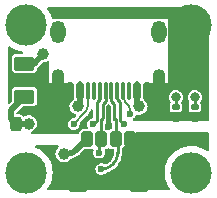
<source format=gtl>
%TF.GenerationSoftware,KiCad,Pcbnew,8.0.4*%
%TF.CreationDate,2024-08-22T18:58:07-07:00*%
%TF.ProjectId,UDB,5544422e-6b69-4636-9164-5f7063625858,C4-RC1*%
%TF.SameCoordinates,Original*%
%TF.FileFunction,Copper,L1,Top*%
%TF.FilePolarity,Positive*%
%FSLAX46Y46*%
G04 Gerber Fmt 4.6, Leading zero omitted, Abs format (unit mm)*
G04 Created by KiCad (PCBNEW 8.0.4) date 2024-08-22 18:58:07*
%MOMM*%
%LPD*%
G01*
G04 APERTURE LIST*
G04 Aperture macros list*
%AMRoundRect*
0 Rectangle with rounded corners*
0 $1 Rounding radius*
0 $2 $3 $4 $5 $6 $7 $8 $9 X,Y pos of 4 corners*
0 Add a 4 corners polygon primitive as box body*
4,1,4,$2,$3,$4,$5,$6,$7,$8,$9,$2,$3,0*
0 Add four circle primitives for the rounded corners*
1,1,$1+$1,$2,$3*
1,1,$1+$1,$4,$5*
1,1,$1+$1,$6,$7*
1,1,$1+$1,$8,$9*
0 Add four rect primitives between the rounded corners*
20,1,$1+$1,$2,$3,$4,$5,0*
20,1,$1+$1,$4,$5,$6,$7,0*
20,1,$1+$1,$6,$7,$8,$9,0*
20,1,$1+$1,$8,$9,$2,$3,0*%
G04 Aperture macros list end*
%TA.AperFunction,SMDPad,CuDef*%
%ADD10RoundRect,0.250000X-0.625000X0.375000X-0.625000X-0.375000X0.625000X-0.375000X0.625000X0.375000X0*%
%TD*%
%TA.AperFunction,WasherPad*%
%ADD11C,3.500001*%
%TD*%
%TA.AperFunction,SMDPad,CuDef*%
%ADD12RoundRect,0.135000X-0.185000X0.135000X-0.185000X-0.135000X0.185000X-0.135000X0.185000X0.135000X0*%
%TD*%
%TA.AperFunction,ComponentPad*%
%ADD13C,3.500001*%
%TD*%
%TA.AperFunction,ComponentPad*%
%ADD14C,0.600000*%
%TD*%
%TA.AperFunction,SMDPad,CuDef*%
%ADD15RoundRect,0.100000X-0.625000X-0.900000X0.625000X-0.900000X0.625000X0.900000X-0.625000X0.900000X0*%
%TD*%
%TA.AperFunction,SMDPad,CuDef*%
%ADD16RoundRect,0.166667X-0.333333X-0.483333X0.333333X-0.483333X0.333333X0.483333X-0.333333X0.483333X0*%
%TD*%
%TA.AperFunction,ComponentPad*%
%ADD17O,1.300000X1.900000*%
%TD*%
%TA.AperFunction,ComponentPad*%
%ADD18O,1.100000X2.200000*%
%TD*%
%TA.AperFunction,SMDPad,CuDef*%
%ADD19RoundRect,0.075000X0.075000X0.650000X-0.075000X0.650000X-0.075000X-0.650000X0.075000X-0.650000X0*%
%TD*%
%TA.AperFunction,SMDPad,CuDef*%
%ADD20RoundRect,0.150000X0.150000X0.575000X-0.150000X0.575000X-0.150000X-0.575000X0.150000X-0.575000X0*%
%TD*%
%TA.AperFunction,SMDPad,CuDef*%
%ADD21RoundRect,0.125000X-0.000010X-0.150000X0.000010X-0.150000X0.000010X0.150000X-0.000010X0.150000X0*%
%TD*%
%TA.AperFunction,SMDPad,CuDef*%
%ADD22R,0.250000X0.550000*%
%TD*%
%TA.AperFunction,SMDPad,CuDef*%
%ADD23R,0.300000X0.550000*%
%TD*%
%TA.AperFunction,SMDPad,CuDef*%
%ADD24RoundRect,0.250000X-0.250000X-0.350000X0.250000X-0.350000X0.250000X0.350000X-0.250000X0.350000X0*%
%TD*%
%TA.AperFunction,ViaPad*%
%ADD25C,0.600000*%
%TD*%
%TA.AperFunction,ViaPad*%
%ADD26C,0.800000*%
%TD*%
%TA.AperFunction,ViaPad*%
%ADD27C,1.000000*%
%TD*%
%TA.AperFunction,Conductor*%
%ADD28C,0.300000*%
%TD*%
%TA.AperFunction,Conductor*%
%ADD29C,1.000000*%
%TD*%
%TA.AperFunction,Conductor*%
%ADD30C,0.200000*%
%TD*%
%TA.AperFunction,Conductor*%
%ADD31C,0.254000*%
%TD*%
%TA.AperFunction,Conductor*%
%ADD32C,0.250000*%
%TD*%
%TA.AperFunction,Conductor*%
%ADD33C,0.500000*%
%TD*%
G04 APERTURE END LIST*
D10*
X67890500Y-64607000D03*
X67890500Y-61807000D03*
D11*
X68004500Y-71043000D03*
D12*
X82302500Y-66503000D03*
X82302500Y-65483000D03*
D11*
X68004500Y-58543000D03*
D12*
X80702500Y-66503000D03*
X80702500Y-65483000D03*
D13*
X82004500Y-58543000D03*
D14*
X77954500Y-70943000D03*
D15*
X77579500Y-71643000D03*
D14*
X77204500Y-72343000D03*
X77204500Y-71643000D03*
X77204500Y-70943000D03*
X72804500Y-72343000D03*
X72804500Y-71643000D03*
X72804500Y-70943000D03*
D15*
X72429500Y-71643000D03*
D14*
X72004500Y-70943000D03*
D16*
X76804500Y-68193000D03*
X75604500Y-68193000D03*
X74404500Y-68193000D03*
X73204500Y-68193000D03*
D17*
X70702500Y-59143000D03*
D18*
X70702500Y-63343000D03*
D17*
X79302500Y-59143000D03*
D18*
X79302500Y-63343000D03*
D19*
X76752500Y-64118000D03*
X75752500Y-64118000D03*
X74252500Y-64118000D03*
X73252500Y-64118000D03*
D20*
X72552500Y-64118000D03*
X71752500Y-64118000D03*
D19*
X73752500Y-64118000D03*
X74752500Y-64118000D03*
X75256500Y-64118000D03*
X76252500Y-64118000D03*
D20*
X77452500Y-64118000D03*
X78252500Y-64118000D03*
D21*
X74002500Y-66411400D03*
D22*
X74502500Y-66411400D03*
D23*
X75002500Y-66411400D03*
D22*
X75502500Y-66411400D03*
X76002500Y-66411400D03*
X76002500Y-65641400D03*
X75502500Y-65641400D03*
D23*
X75002500Y-65641400D03*
D22*
X74502500Y-65641400D03*
X74002500Y-65641400D03*
D11*
X82004500Y-71043000D03*
D24*
X70454500Y-66890000D03*
X67154500Y-66890000D03*
D25*
X75002500Y-67143000D03*
D26*
X80702500Y-64668000D03*
D25*
X76825978Y-66043018D03*
X72052500Y-66933000D03*
D26*
X82302500Y-64668000D03*
D25*
X74404500Y-70743000D03*
X73704500Y-66943000D03*
X74204500Y-69343000D03*
X76304500Y-66943000D03*
D27*
X77602500Y-65437300D03*
X72402500Y-65443000D03*
X69490500Y-61007000D03*
X71214500Y-69448000D03*
X68240500Y-66890000D03*
D28*
X75002500Y-65641400D02*
X75002500Y-67141000D01*
X75002500Y-67141000D02*
X75004500Y-67143000D01*
D29*
X82004500Y-58543000D02*
X81404500Y-59143000D01*
D30*
X76252500Y-64683893D02*
X76252500Y-63568000D01*
X76825978Y-66043018D02*
X76825978Y-65671585D01*
X76679531Y-65318031D02*
X76398946Y-65037446D01*
D31*
X80702500Y-65483000D02*
X80702500Y-64668000D01*
D30*
X76679531Y-65318031D02*
G75*
G02*
X76825995Y-65671585I-353531J-353569D01*
G01*
X76398946Y-65037446D02*
G75*
G02*
X76252505Y-64683893I353554J353546D01*
G01*
X73252500Y-63568000D02*
X73252500Y-65318786D01*
X72959607Y-66025893D02*
X72052500Y-66933000D01*
D31*
X82302500Y-65483000D02*
X82302500Y-64668000D01*
D30*
X72959607Y-66025893D02*
G75*
G03*
X73252490Y-65318786I-707107J707093D01*
G01*
D32*
X73704500Y-66943000D02*
X74002500Y-66645000D01*
X75502500Y-65252500D02*
X75502500Y-65641400D01*
X75604500Y-68243000D02*
X75604500Y-66513400D01*
X74002500Y-65097500D02*
X74252500Y-64847500D01*
X75804500Y-68343000D02*
X75604500Y-68143000D01*
X75804500Y-69343000D02*
X75804500Y-68343000D01*
X74252500Y-64847500D02*
X74252500Y-63468000D01*
X75256500Y-63568000D02*
X75256500Y-65006500D01*
X75256500Y-65006500D02*
X75502500Y-65252500D01*
X75502500Y-65641400D02*
X75502500Y-66411400D01*
X74002500Y-66645000D02*
X74002500Y-65097500D01*
X75604500Y-66513400D02*
X75502500Y-66411400D01*
X74404500Y-70743000D02*
G75*
G03*
X75804500Y-69343000I0J1400000D01*
G01*
X76002500Y-65102500D02*
X76002500Y-66641000D01*
X74404500Y-66509400D02*
X74502500Y-66411400D01*
X75752500Y-63473000D02*
X75752500Y-64852500D01*
X74502500Y-65641400D02*
X74502500Y-66411400D01*
X74204500Y-69343000D02*
X74204500Y-68343000D01*
X74404500Y-68193000D02*
X74404500Y-66509400D01*
X75752500Y-64852500D02*
X76002500Y-65102500D01*
X74204500Y-68343000D02*
X74404500Y-68143000D01*
X74502500Y-65247500D02*
X74502500Y-65641400D01*
X76002500Y-66641000D02*
X76304500Y-66943000D01*
X74752500Y-64997500D02*
X74502500Y-65247500D01*
X74752500Y-63568000D02*
X74752500Y-64997500D01*
D33*
X72552500Y-63568000D02*
X72552500Y-65293000D01*
X77452500Y-63568000D02*
X77452500Y-65287300D01*
X67890500Y-61807000D02*
X68690500Y-61807000D01*
X72552500Y-65293000D02*
X72402500Y-65443000D01*
X68690500Y-61807000D02*
X69490500Y-61007000D01*
X77452500Y-65287300D02*
X77602500Y-65437300D01*
X66754500Y-65743000D02*
X66754500Y-66490000D01*
X72242393Y-69155107D02*
X73204500Y-68193000D01*
X67890500Y-64607000D02*
X66754500Y-65743000D01*
X66754500Y-66490000D02*
X67154500Y-66890000D01*
X67154500Y-66890000D02*
X68240500Y-66890000D01*
X71214500Y-69448000D02*
X71535286Y-69448000D01*
X72242393Y-69155107D02*
G75*
G02*
X71535286Y-69447990I-707093J707107D01*
G01*
%TA.AperFunction,Conductor*%
G36*
X83463191Y-67661907D02*
G01*
X83499155Y-67711407D01*
X83504000Y-67742000D01*
X83504000Y-69153064D01*
X83485093Y-69211255D01*
X83435593Y-69247219D01*
X83374407Y-69247219D01*
X83349999Y-69235380D01*
X83132164Y-69089827D01*
X82867586Y-68959352D01*
X82867575Y-68959347D01*
X82588229Y-68864521D01*
X82588226Y-68864520D01*
X82588222Y-68864519D01*
X82414305Y-68829925D01*
X82298877Y-68806965D01*
X82004500Y-68787671D01*
X81710122Y-68806965D01*
X81561379Y-68836552D01*
X81420778Y-68864519D01*
X81420775Y-68864519D01*
X81420770Y-68864521D01*
X81141424Y-68959347D01*
X81141413Y-68959352D01*
X80876836Y-69089827D01*
X80631543Y-69253726D01*
X80631534Y-69253734D01*
X80409751Y-69448233D01*
X80409733Y-69448251D01*
X80215234Y-69670034D01*
X80215226Y-69670043D01*
X80051327Y-69915336D01*
X79920852Y-70179913D01*
X79920847Y-70179924D01*
X79826021Y-70459270D01*
X79826019Y-70459275D01*
X79826019Y-70459278D01*
X79804747Y-70566220D01*
X79768465Y-70748622D01*
X79749171Y-71042999D01*
X79749171Y-71043000D01*
X79768465Y-71337377D01*
X79768466Y-71337380D01*
X79826019Y-71626722D01*
X79826020Y-71626726D01*
X79826021Y-71626729D01*
X79920847Y-71906075D01*
X79920852Y-71906086D01*
X80051327Y-72170664D01*
X80196880Y-72388499D01*
X80213488Y-72447387D01*
X80192310Y-72504790D01*
X80141437Y-72538783D01*
X80114564Y-72542500D01*
X69904057Y-72542500D01*
X69845866Y-72523593D01*
X69809902Y-72474093D01*
X69809902Y-72412907D01*
X69821742Y-72388499D01*
X69964610Y-72174680D01*
X69964614Y-72174674D01*
X69964615Y-72174673D01*
X70095559Y-71909145D01*
X70190724Y-71628797D01*
X70248483Y-71338426D01*
X70267846Y-71043000D01*
X70248483Y-70747574D01*
X70190724Y-70457203D01*
X70095559Y-70176855D01*
X70093193Y-70172058D01*
X69964614Y-69911325D01*
X69964610Y-69911319D01*
X69800140Y-69665172D01*
X69800137Y-69665169D01*
X69800133Y-69665162D01*
X69691147Y-69540888D01*
X69604935Y-69442582D01*
X69604934Y-69442581D01*
X69604927Y-69442573D01*
X69516132Y-69364702D01*
X69382346Y-69247374D01*
X69382345Y-69247373D01*
X69382338Y-69247367D01*
X69382332Y-69247363D01*
X69382327Y-69247359D01*
X69136180Y-69082889D01*
X69136174Y-69082885D01*
X68870651Y-68951943D01*
X68865565Y-68950216D01*
X68822934Y-68935745D01*
X68773910Y-68899137D01*
X68755766Y-68840704D01*
X68775434Y-68782766D01*
X68825401Y-68747453D01*
X68854758Y-68743000D01*
X70692873Y-68743000D01*
X70751064Y-68761907D01*
X70787028Y-68811407D01*
X70787028Y-68872593D01*
X70758522Y-68916102D01*
X70686323Y-68980064D01*
X70686316Y-68980072D01*
X70622520Y-69072496D01*
X70589682Y-69120070D01*
X70538994Y-69253727D01*
X70529360Y-69279129D01*
X70510832Y-69431721D01*
X70508855Y-69448000D01*
X70529360Y-69616872D01*
X70589682Y-69775930D01*
X70686317Y-69915929D01*
X70813648Y-70028734D01*
X70964275Y-70107790D01*
X71129444Y-70148500D01*
X71129447Y-70148500D01*
X71299553Y-70148500D01*
X71299556Y-70148500D01*
X71464725Y-70107790D01*
X71615352Y-70028734D01*
X71615354Y-70028731D01*
X71615356Y-70028731D01*
X71707007Y-69947535D01*
X71742683Y-69915929D01*
X71742686Y-69915923D01*
X71746655Y-69911446D01*
X71747742Y-69912409D01*
X71790791Y-69879512D01*
X71810727Y-69874746D01*
X71818865Y-69873675D01*
X72002528Y-69824465D01*
X72178197Y-69751703D01*
X72342865Y-69656635D01*
X72493715Y-69540886D01*
X72513364Y-69521236D01*
X72513371Y-69521231D01*
X72519005Y-69515596D01*
X72519007Y-69515596D01*
X72560941Y-69473662D01*
X72602880Y-69431724D01*
X72602880Y-69431723D01*
X72611024Y-69423580D01*
X72611031Y-69423570D01*
X72962107Y-69072496D01*
X73016623Y-69044719D01*
X73032110Y-69043500D01*
X73572675Y-69043500D01*
X73572680Y-69043500D01*
X73626809Y-69035613D01*
X73687115Y-69045933D01*
X73729840Y-69089731D01*
X73738662Y-69150277D01*
X73731134Y-69174703D01*
X73719334Y-69200540D01*
X73719334Y-69200543D01*
X73698853Y-69342997D01*
X73698853Y-69343002D01*
X73719334Y-69485456D01*
X73779122Y-69616371D01*
X73779123Y-69616373D01*
X73873372Y-69725143D01*
X73873373Y-69725144D01*
X73952398Y-69775930D01*
X73994447Y-69802953D01*
X74100903Y-69834211D01*
X74132535Y-69843499D01*
X74132536Y-69843499D01*
X74132539Y-69843500D01*
X74132541Y-69843500D01*
X74276459Y-69843500D01*
X74276461Y-69843500D01*
X74414553Y-69802953D01*
X74535628Y-69725143D01*
X74629877Y-69616373D01*
X74689665Y-69485457D01*
X74697391Y-69431721D01*
X74710147Y-69343002D01*
X74710147Y-69342997D01*
X74689665Y-69200543D01*
X74681940Y-69183627D01*
X74674965Y-69122840D01*
X74705051Y-69069563D01*
X74760707Y-69044145D01*
X74771993Y-69043500D01*
X74772676Y-69043500D01*
X74772680Y-69043500D01*
X74844048Y-69033102D01*
X74849814Y-69030282D01*
X74961019Y-68975918D01*
X75021601Y-68967346D01*
X75047981Y-68975918D01*
X75164950Y-69033101D01*
X75164952Y-69033102D01*
X75236320Y-69043500D01*
X75380000Y-69043500D01*
X75438191Y-69062407D01*
X75474155Y-69111907D01*
X75479000Y-69142500D01*
X75479000Y-69338681D01*
X75478623Y-69347310D01*
X75463431Y-69520953D01*
X75460435Y-69537947D01*
X75416441Y-69702136D01*
X75410538Y-69718353D01*
X75338704Y-69872400D01*
X75330076Y-69887344D01*
X75232585Y-70026576D01*
X75221493Y-70039796D01*
X75101296Y-70159993D01*
X75088076Y-70171085D01*
X74948844Y-70268576D01*
X74933899Y-70277204D01*
X74793023Y-70342896D01*
X74732294Y-70350353D01*
X74697661Y-70336457D01*
X74682237Y-70326545D01*
X74614553Y-70283047D01*
X74614550Y-70283046D01*
X74476464Y-70242500D01*
X74476461Y-70242500D01*
X74332539Y-70242500D01*
X74332535Y-70242500D01*
X74194449Y-70283046D01*
X74194442Y-70283049D01*
X74073373Y-70360855D01*
X73979122Y-70469628D01*
X73919334Y-70600543D01*
X73898853Y-70742997D01*
X73898853Y-70743002D01*
X73919334Y-70885456D01*
X73955130Y-70963837D01*
X73979123Y-71016373D01*
X74073371Y-71125142D01*
X74073373Y-71125144D01*
X74180908Y-71194252D01*
X74194447Y-71202953D01*
X74300903Y-71234211D01*
X74332535Y-71243499D01*
X74332536Y-71243499D01*
X74332539Y-71243500D01*
X74332541Y-71243500D01*
X74476459Y-71243500D01*
X74476461Y-71243500D01*
X74614553Y-71202953D01*
X74735628Y-71125143D01*
X74810757Y-71038437D01*
X74857685Y-71008278D01*
X75009041Y-70963837D01*
X75233557Y-70861304D01*
X75441195Y-70727863D01*
X75627730Y-70566230D01*
X75789363Y-70379695D01*
X75922804Y-70172057D01*
X76025337Y-69947541D01*
X76094874Y-69710718D01*
X76120917Y-69529585D01*
X76130000Y-69466415D01*
X76130000Y-69044425D01*
X76148907Y-68986234D01*
X76158990Y-68974427D01*
X76240783Y-68892635D01*
X76286794Y-68798518D01*
X76329338Y-68754545D01*
X76375735Y-68743000D01*
X76504500Y-68743000D01*
X77274848Y-67683770D01*
X77324365Y-67647831D01*
X77354913Y-67643000D01*
X83405000Y-67643000D01*
X83463191Y-67661907D01*
G37*
%TD.AperFunction*%
%TA.AperFunction,Conductor*%
G36*
X66658997Y-60360238D02*
G01*
X66872827Y-60503115D01*
X67013179Y-60572329D01*
X67138348Y-60634056D01*
X67138350Y-60634056D01*
X67138355Y-60634059D01*
X67270954Y-60679070D01*
X67418696Y-60729222D01*
X67418698Y-60729222D01*
X67418703Y-60729224D01*
X67701129Y-60785402D01*
X67754512Y-60815299D01*
X67780128Y-60870864D01*
X67768191Y-60930874D01*
X67723261Y-60972406D01*
X67681814Y-60981500D01*
X67211225Y-60981500D01*
X67180805Y-60984353D01*
X67180796Y-60984355D01*
X67052616Y-61029207D01*
X66943355Y-61109845D01*
X66943345Y-61109855D01*
X66862707Y-61219116D01*
X66817855Y-61347296D01*
X66817853Y-61347305D01*
X66815000Y-61377725D01*
X66815000Y-62236274D01*
X66817853Y-62266694D01*
X66817855Y-62266703D01*
X66862707Y-62394883D01*
X66943345Y-62504144D01*
X66943347Y-62504146D01*
X66943350Y-62504150D01*
X66943353Y-62504152D01*
X66943355Y-62504154D01*
X67052616Y-62584792D01*
X67052617Y-62584792D01*
X67052618Y-62584793D01*
X67180801Y-62629646D01*
X67211225Y-62632499D01*
X67211227Y-62632500D01*
X67211234Y-62632500D01*
X68569773Y-62632500D01*
X68569773Y-62632499D01*
X68600199Y-62629646D01*
X68728382Y-62584793D01*
X68837650Y-62504150D01*
X68918293Y-62394882D01*
X68963146Y-62266699D01*
X68965999Y-62236273D01*
X68966000Y-62236273D01*
X68966000Y-62209610D01*
X68984907Y-62151419D01*
X68994997Y-62139606D01*
X69398108Y-61736496D01*
X69452624Y-61708719D01*
X69468111Y-61707500D01*
X69575553Y-61707500D01*
X69575556Y-61707500D01*
X69740725Y-61666790D01*
X69857492Y-61605504D01*
X69917804Y-61595204D01*
X69972652Y-61622320D01*
X70001087Y-61676497D01*
X70002500Y-61693165D01*
X70002500Y-63443000D01*
X71953000Y-63443000D01*
X72011191Y-63461907D01*
X72047155Y-63511407D01*
X72052000Y-63542000D01*
X72052000Y-64726257D01*
X72056726Y-64758695D01*
X72046405Y-64819004D01*
X72006562Y-64858835D01*
X72006580Y-64858861D01*
X72006439Y-64858958D01*
X72004770Y-64860627D01*
X72001650Y-64862264D01*
X71874318Y-64975069D01*
X71874316Y-64975072D01*
X71788874Y-65098856D01*
X71777682Y-65115070D01*
X71717360Y-65274128D01*
X71696855Y-65443000D01*
X71717360Y-65611872D01*
X71777682Y-65770930D01*
X71874317Y-65910929D01*
X72001648Y-66023734D01*
X72132389Y-66092353D01*
X72152277Y-66102791D01*
X72195476Y-66113438D01*
X72226904Y-66121184D01*
X72278880Y-66153467D01*
X72301953Y-66210135D01*
X72287311Y-66269542D01*
X72273217Y-66287310D01*
X72157025Y-66403503D01*
X72102508Y-66431281D01*
X72087021Y-66432500D01*
X71980535Y-66432500D01*
X71842449Y-66473046D01*
X71842442Y-66473049D01*
X71721373Y-66550855D01*
X71627122Y-66659628D01*
X71567334Y-66790543D01*
X71546853Y-66932997D01*
X71546853Y-66933002D01*
X71567334Y-67075456D01*
X71625296Y-67202373D01*
X71627123Y-67206373D01*
X71715920Y-67308851D01*
X71721373Y-67315144D01*
X71780120Y-67352898D01*
X71842447Y-67392953D01*
X71948903Y-67424211D01*
X71980535Y-67433499D01*
X71980536Y-67433499D01*
X71980539Y-67433500D01*
X71980541Y-67433500D01*
X72124459Y-67433500D01*
X72124461Y-67433500D01*
X72262553Y-67392953D01*
X72383628Y-67315143D01*
X72477877Y-67206373D01*
X72537665Y-67075457D01*
X72558147Y-66933000D01*
X72555058Y-66911517D01*
X72565490Y-66851228D01*
X72583043Y-66827426D01*
X73130289Y-66280180D01*
X73130299Y-66280173D01*
X73141503Y-66268969D01*
X73141527Y-66268956D01*
X73172100Y-66238381D01*
X73172101Y-66238383D01*
X73244474Y-66166008D01*
X73364795Y-66000398D01*
X73457726Y-65818004D01*
X73483845Y-65737614D01*
X73519808Y-65688114D01*
X73577999Y-65669206D01*
X73636190Y-65688113D01*
X73672154Y-65737612D01*
X73677000Y-65768206D01*
X73677000Y-66355334D01*
X73658093Y-66413525D01*
X73608593Y-66449489D01*
X73605892Y-66450324D01*
X73494447Y-66483047D01*
X73494442Y-66483049D01*
X73373373Y-66560855D01*
X73279122Y-66669628D01*
X73219334Y-66800543D01*
X73198853Y-66942997D01*
X73198853Y-66943002D01*
X73219334Y-67085456D01*
X73272729Y-67202373D01*
X73279704Y-67263160D01*
X73249618Y-67316437D01*
X73193962Y-67341855D01*
X73182676Y-67342500D01*
X72836320Y-67342500D01*
X72764952Y-67352898D01*
X72654866Y-67406716D01*
X72568216Y-67493366D01*
X72514398Y-67603452D01*
X72506411Y-67658274D01*
X72479311Y-67713130D01*
X72425143Y-67741582D01*
X72408445Y-67743000D01*
X68521498Y-67743000D01*
X68463307Y-67724093D01*
X68427343Y-67674593D01*
X68427343Y-67613407D01*
X68463307Y-67563907D01*
X68486390Y-67551434D01*
X68490722Y-67549790D01*
X68490725Y-67549790D01*
X68641352Y-67470734D01*
X68768683Y-67357929D01*
X68865318Y-67217930D01*
X68925640Y-67058872D01*
X68946145Y-66890000D01*
X68925640Y-66721128D01*
X68865318Y-66562070D01*
X68768683Y-66422071D01*
X68641352Y-66309266D01*
X68490725Y-66230210D01*
X68490724Y-66230209D01*
X68490723Y-66230209D01*
X68325558Y-66189500D01*
X68325556Y-66189500D01*
X68155444Y-66189500D01*
X68155441Y-66189500D01*
X67990276Y-66230209D01*
X67882048Y-66287012D01*
X67821735Y-66297313D01*
X67766887Y-66270196D01*
X67756384Y-66258139D01*
X67741798Y-66238376D01*
X67726650Y-66217850D01*
X67726646Y-66217847D01*
X67726644Y-66217845D01*
X67617383Y-66137207D01*
X67489203Y-66092355D01*
X67489194Y-66092353D01*
X67458774Y-66089500D01*
X67458766Y-66089500D01*
X67304000Y-66089500D01*
X67245809Y-66070593D01*
X67209845Y-66021093D01*
X67205000Y-65990500D01*
X67205000Y-65970611D01*
X67223907Y-65912420D01*
X67233997Y-65900607D01*
X67673109Y-65461496D01*
X67727625Y-65433719D01*
X67743112Y-65432500D01*
X68569773Y-65432500D01*
X68569773Y-65432499D01*
X68600199Y-65429646D01*
X68728382Y-65384793D01*
X68837650Y-65304150D01*
X68918293Y-65194882D01*
X68963146Y-65066699D01*
X68965999Y-65036273D01*
X68966000Y-65036273D01*
X68966000Y-64177727D01*
X68965999Y-64177725D01*
X68963146Y-64147305D01*
X68963146Y-64147301D01*
X68918293Y-64019118D01*
X68837650Y-63909850D01*
X68837646Y-63909847D01*
X68837644Y-63909845D01*
X68728383Y-63829207D01*
X68600203Y-63784355D01*
X68600194Y-63784353D01*
X68569774Y-63781500D01*
X68569766Y-63781500D01*
X67211234Y-63781500D01*
X67211225Y-63781500D01*
X67180805Y-63784353D01*
X67180796Y-63784355D01*
X67052616Y-63829207D01*
X66943355Y-63909845D01*
X66943345Y-63909855D01*
X66862707Y-64019116D01*
X66817855Y-64147296D01*
X66817853Y-64147305D01*
X66815000Y-64177725D01*
X66815000Y-65004388D01*
X66796093Y-65062579D01*
X66786009Y-65074385D01*
X66674002Y-65186392D01*
X66619487Y-65214169D01*
X66559055Y-65204598D01*
X66515790Y-65161333D01*
X66505000Y-65116388D01*
X66505000Y-60442556D01*
X66523907Y-60384365D01*
X66573407Y-60348401D01*
X66634593Y-60348401D01*
X66658997Y-60360238D01*
G37*
%TD.AperFunction*%
%TA.AperFunction,Conductor*%
G36*
X75044943Y-65262123D02*
G01*
X75070003Y-65280329D01*
X75148004Y-65358330D01*
X75175781Y-65412847D01*
X75177000Y-65428334D01*
X75177000Y-66706146D01*
X75177001Y-66706158D01*
X75188632Y-66764627D01*
X75188633Y-66764631D01*
X75232948Y-66830952D01*
X75234999Y-66832322D01*
X75237532Y-66835535D01*
X75239843Y-66837846D01*
X75239569Y-66838119D01*
X75272880Y-66880371D01*
X75279000Y-66914639D01*
X75279000Y-67250660D01*
X75260093Y-67308851D01*
X75210593Y-67344815D01*
X75194274Y-67348625D01*
X75183476Y-67350198D01*
X75164951Y-67352898D01*
X75047980Y-67410082D01*
X74987398Y-67418653D01*
X74961020Y-67410082D01*
X74844048Y-67352898D01*
X74814725Y-67348625D01*
X74759869Y-67321526D01*
X74731418Y-67267357D01*
X74730000Y-67250660D01*
X74730000Y-66911966D01*
X74748907Y-66853775D01*
X74765312Y-66838003D01*
X74765156Y-66837847D01*
X74772045Y-66830956D01*
X74772052Y-66830952D01*
X74816367Y-66764631D01*
X74828000Y-66706148D01*
X74828000Y-66116652D01*
X74828000Y-65598547D01*
X74828000Y-65423333D01*
X74846907Y-65365142D01*
X74856991Y-65353335D01*
X74929997Y-65280328D01*
X74984511Y-65252552D01*
X75044943Y-65262123D01*
G37*
%TD.AperFunction*%
%TA.AperFunction,Conductor*%
G36*
X82008022Y-57043752D02*
G01*
X82033005Y-57045538D01*
X82210845Y-57058258D01*
X82224808Y-57060265D01*
X82420049Y-57102737D01*
X82433588Y-57106713D01*
X82620792Y-57176537D01*
X82633618Y-57182394D01*
X82808976Y-57278146D01*
X82820856Y-57285781D01*
X82980794Y-57405509D01*
X82991466Y-57414756D01*
X83132743Y-57556033D01*
X83141993Y-57566709D01*
X83261718Y-57726643D01*
X83269354Y-57738525D01*
X83365102Y-57913875D01*
X83370966Y-57926715D01*
X83440784Y-58113904D01*
X83444764Y-58127457D01*
X83487232Y-58322681D01*
X83489242Y-58336662D01*
X83503748Y-58539476D01*
X83504000Y-58546539D01*
X83504000Y-66544000D01*
X83485093Y-66602191D01*
X83435593Y-66638155D01*
X83405000Y-66643000D01*
X77155305Y-66643000D01*
X77097114Y-66624093D01*
X77061150Y-66574593D01*
X77061150Y-66513407D01*
X77097114Y-66463907D01*
X77101781Y-66460716D01*
X77157106Y-66425161D01*
X77251355Y-66316391D01*
X77311143Y-66185475D01*
X77311144Y-66185467D01*
X77311425Y-66184514D01*
X77311898Y-66183820D01*
X77314085Y-66179034D01*
X77314912Y-66179412D01*
X77345956Y-66134004D01*
X77403582Y-66113438D01*
X77430108Y-66116273D01*
X77517444Y-66137800D01*
X77517447Y-66137800D01*
X77687553Y-66137800D01*
X77687556Y-66137800D01*
X77852725Y-66097090D01*
X78003352Y-66018034D01*
X78130683Y-65905229D01*
X78227318Y-65765230D01*
X78287640Y-65606172D01*
X78308145Y-65437300D01*
X78307215Y-65429644D01*
X78297949Y-65353330D01*
X78287640Y-65268428D01*
X78227318Y-65109370D01*
X78130683Y-64969371D01*
X78003352Y-64856566D01*
X78003349Y-64856563D01*
X78000995Y-64855328D01*
X77999831Y-64854135D01*
X77998425Y-64853165D01*
X77998615Y-64852889D01*
X77958261Y-64811540D01*
X77949046Y-64753397D01*
X77952999Y-64726265D01*
X77953000Y-64726258D01*
X77953000Y-64667999D01*
X80096818Y-64667999D01*
X80096818Y-64668000D01*
X80117455Y-64824758D01*
X80117457Y-64824766D01*
X80177962Y-64970838D01*
X80231936Y-65041180D01*
X80252359Y-65098856D01*
X80239169Y-65143381D01*
X80242095Y-65144746D01*
X80188432Y-65259824D01*
X80188432Y-65259825D01*
X80182000Y-65308685D01*
X80182000Y-65657314D01*
X80188432Y-65706174D01*
X80188432Y-65706175D01*
X80238433Y-65813401D01*
X80238434Y-65813402D01*
X80238435Y-65813404D01*
X80322096Y-65897065D01*
X80322097Y-65897065D01*
X80322098Y-65897066D01*
X80429324Y-65947067D01*
X80429325Y-65947067D01*
X80429327Y-65947068D01*
X80478184Y-65953500D01*
X80478185Y-65953500D01*
X80926814Y-65953500D01*
X80926816Y-65953500D01*
X80975673Y-65947068D01*
X81082904Y-65897065D01*
X81166565Y-65813404D01*
X81216568Y-65706173D01*
X81223000Y-65657316D01*
X81223000Y-65308684D01*
X81216568Y-65259827D01*
X81213176Y-65252552D01*
X81162905Y-65144746D01*
X81165954Y-65143324D01*
X81152620Y-65099731D01*
X81172532Y-65041876D01*
X81172888Y-65041407D01*
X81227036Y-64970841D01*
X81287544Y-64824762D01*
X81308182Y-64668000D01*
X81308182Y-64667999D01*
X81696818Y-64667999D01*
X81696818Y-64668000D01*
X81717455Y-64824758D01*
X81717457Y-64824766D01*
X81777962Y-64970838D01*
X81831936Y-65041180D01*
X81852359Y-65098856D01*
X81839169Y-65143381D01*
X81842095Y-65144746D01*
X81788432Y-65259824D01*
X81788432Y-65259825D01*
X81782000Y-65308685D01*
X81782000Y-65657314D01*
X81788432Y-65706174D01*
X81788432Y-65706175D01*
X81838433Y-65813401D01*
X81838434Y-65813402D01*
X81838435Y-65813404D01*
X81922096Y-65897065D01*
X81922097Y-65897065D01*
X81922098Y-65897066D01*
X82029324Y-65947067D01*
X82029325Y-65947067D01*
X82029327Y-65947068D01*
X82078184Y-65953500D01*
X82078185Y-65953500D01*
X82526814Y-65953500D01*
X82526816Y-65953500D01*
X82575673Y-65947068D01*
X82682904Y-65897065D01*
X82766565Y-65813404D01*
X82816568Y-65706173D01*
X82823000Y-65657316D01*
X82823000Y-65308684D01*
X82816568Y-65259827D01*
X82813176Y-65252552D01*
X82762905Y-65144746D01*
X82765954Y-65143324D01*
X82752620Y-65099731D01*
X82772532Y-65041876D01*
X82772888Y-65041407D01*
X82827036Y-64970841D01*
X82887544Y-64824762D01*
X82908182Y-64668000D01*
X82887544Y-64511238D01*
X82827037Y-64365161D01*
X82827037Y-64365160D01*
X82730786Y-64239723D01*
X82730785Y-64239722D01*
X82730782Y-64239718D01*
X82730777Y-64239714D01*
X82730776Y-64239713D01*
X82650003Y-64177734D01*
X82605341Y-64143464D01*
X82605340Y-64143463D01*
X82605338Y-64143462D01*
X82459266Y-64082957D01*
X82459258Y-64082955D01*
X82302501Y-64062318D01*
X82302499Y-64062318D01*
X82145741Y-64082955D01*
X82145733Y-64082957D01*
X81999661Y-64143462D01*
X81999660Y-64143462D01*
X81874223Y-64239713D01*
X81874213Y-64239723D01*
X81777962Y-64365160D01*
X81777962Y-64365161D01*
X81717457Y-64511233D01*
X81717455Y-64511241D01*
X81696818Y-64667999D01*
X81308182Y-64667999D01*
X81287544Y-64511238D01*
X81227037Y-64365161D01*
X81227037Y-64365160D01*
X81130786Y-64239723D01*
X81130785Y-64239722D01*
X81130782Y-64239718D01*
X81130777Y-64239714D01*
X81130776Y-64239713D01*
X81050003Y-64177734D01*
X81005341Y-64143464D01*
X81005340Y-64143463D01*
X81005338Y-64143462D01*
X80859266Y-64082957D01*
X80859258Y-64082955D01*
X80702501Y-64062318D01*
X80702499Y-64062318D01*
X80545741Y-64082955D01*
X80545733Y-64082957D01*
X80399661Y-64143462D01*
X80399660Y-64143462D01*
X80274223Y-64239713D01*
X80274213Y-64239723D01*
X80177962Y-64365160D01*
X80177962Y-64365161D01*
X80117457Y-64511233D01*
X80117455Y-64511241D01*
X80096818Y-64667999D01*
X77953000Y-64667999D01*
X77953000Y-63542000D01*
X77971907Y-63483809D01*
X78021407Y-63447845D01*
X78052000Y-63443000D01*
X80002499Y-63443000D01*
X80002500Y-63443000D01*
X80002500Y-58043000D01*
X80002499Y-58043000D01*
X70289037Y-58043000D01*
X70230846Y-58024093D01*
X70194882Y-57974593D01*
X70191940Y-57963317D01*
X70190724Y-57957203D01*
X70095559Y-57676855D01*
X70038443Y-57561036D01*
X69964614Y-57411325D01*
X69964610Y-57411319D01*
X69821742Y-57197501D01*
X69805133Y-57138613D01*
X69826311Y-57081210D01*
X69877184Y-57047217D01*
X69904057Y-57043500D01*
X81938608Y-57043500D01*
X82000960Y-57043500D01*
X82008022Y-57043752D01*
G37*
%TD.AperFunction*%
M02*

</source>
